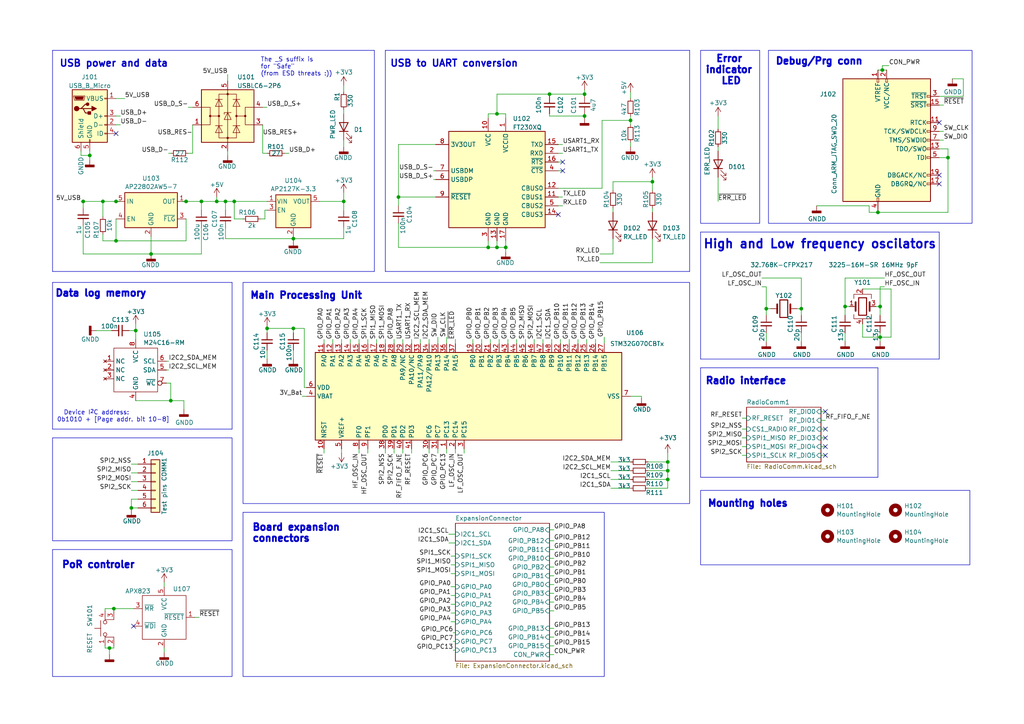
<source format=kicad_sch>
(kicad_sch (version 20230121) (generator eeschema)
  (paper "A4")
  (lib_symbols
    (symbol "Connector:Conn_ARM_JTAG_SWD_20" (pin_names (offset 1.016))
      (property "Reference" "J" (at -5.08 21.59 0))
      (property "Value" "Conn_ARM_JTAG_SWD_20" (at -5.08 19.05 0))
      (symbol "Conn_ARM_JTAG_SWD_20_1_1"
        (pin power_in line (at -2.54 20.32 270) (length 2.54) (name "VTREF") (number "1"))
        (pin passive line (at -2.54 -20.32 90) (length 2.54) hide (name "GND") (number "10"))
        (pin input line (at 15.24 5.08 180) (length 2.54) (name "RTCK") (number "11"))
        (pin passive line (at -2.54 -20.32 90) (length 2.54) hide (name "GND") (number "12"))
        (pin input line (at 15.24 -2.54 180) (length 2.54) (name "TDO/SWO") (number "13"))
        (pin passive line (at -2.54 -20.32 90) (length 2.54) hide (name "GND") (number "14"))
        (pin bidirectional line (at 15.24 10.16 180) (length 2.54) (name "~{SRST}") (number "15"))
        (pin passive line (at -2.54 -20.32 90) (length 2.54) hide (name "GND") (number "16"))
        (pin output line (at 15.24 -12.7 180) (length 2.54) (name "DBGRQ/NC") (number "17"))
        (pin passive line (at -2.54 -20.32 90) (length 2.54) hide (name "GND") (number "18"))
        (pin input line (at 15.24 -10.16 180) (length 2.54) (name "DBGACK/NC") (number "19"))
        (pin power_in line (at 0 20.32 270) (length 2.54) (name "VCC/NC") (number "2"))
        (pin passive line (at -2.54 -20.32 90) (length 2.54) hide (name "GND") (number "20"))
        (pin output line (at 15.24 12.7 180) (length 2.54) (name "~{TRST}") (number "3"))
        (pin power_in line (at -2.54 -20.32 90) (length 2.54) (name "GND") (number "4"))
        (pin output line (at 15.24 -5.08 180) (length 2.54) (name "TDI") (number "5"))
        (pin passive line (at -2.54 -20.32 90) (length 2.54) hide (name "GND") (number "6"))
        (pin output line (at 15.24 0 180) (length 2.54) (name "TMS/SWDIO") (number "7"))
        (pin passive line (at -2.54 -20.32 90) (length 2.54) hide (name "GND") (number "8"))
        (pin output line (at 15.24 2.54 180) (length 2.54) (name "TCK/SWDCLK") (number "9"))
      )
    )
    (symbol "Connector:USB_B_Micro" (pin_names (offset 1.016))
      (property "Reference" "J" (at -5.08 11.43 0))
      (property "Value" "USB_B_Micro" (at -5.08 8.89 0))
      (symbol "USB_B_Micro_1_1"
        (pin power_out line (at 7.62 5.08 180) (length 2.54) (name "VBUS") (number "1"))
        (pin bidirectional line (at 7.62 -2.54 180) (length 2.54) (name "D-") (number "2"))
        (pin bidirectional line (at 7.62 0 180) (length 2.54) (name "D+") (number "3"))
        (pin passive line (at 7.62 -5.08 180) (length 2.54) (name "ID") (number "4"))
        (pin power_out line (at 0 -10.16 90) (length 2.54) (name "GND") (number "5"))
        (pin passive line (at -2.54 -10.16 90) (length 2.54) (name "Shield") (number "6"))
      )
    )
    (symbol "Connector_Generic:Conn_01x06" (pin_names (offset 1.016) hide)
      (property "Reference" "J" (at 0 7.62 0))
      (property "Value" "Conn_01x06" (at 0 -10.16 0))
      (symbol "Conn_01x06_1_1"
        (pin passive line (at -5.08 5.08 0) (length 3.81) (name "Pin_1") (number "1"))
        (pin passive line (at -5.08 2.54 0) (length 3.81) (name "Pin_2") (number "2"))
        (pin passive line (at -5.08 0 0) (length 3.81) (name "Pin_3") (number "3"))
        (pin passive line (at -5.08 -2.54 0) (length 3.81) (name "Pin_4") (number "4"))
        (pin passive line (at -5.08 -5.08 0) (length 3.81) (name "Pin_5") (number "5"))
        (pin passive line (at -5.08 -7.62 0) (length 3.81) (name "Pin_6") (number "6"))
      )
    )
    (symbol "CustomSymbols:APX823-29W5G-7"
      (property "Reference" "U107" (at 2.54 3.175 0))
      (property "Value" "APX823" (at -10.16 2.54 0))
      (symbol "APX823-29W5G-7_1_1"
        (pin output line (at 6.35 -5.08 180) (length 2.54) (name "~{RESET}") (number "1"))
        (pin power_out line (at -2.54 -13.97 90) (length 2.54) (name "GND") (number "2"))
        (pin power_out line (at -11.43 -2.54 0) (length 2.54) (name "~{MR}") (number "3"))
        (pin output line (at -11.43 -7.62 0) (length 2.54) (name "~{WDI}") (number "4"))
        (pin power_in line (at -2.54 3.81 270) (length 2.54) (name "VCC") (number "5"))
      )
    )
    (symbol "CustomSymbols:M24C16-RM"
      (property "Reference" "U" (at -6.35 6.35 0))
      (property "Value" "M24C16-RM" (at 7.62 6.35 0))
      (symbol "M24C16-RM_1_1"
        (pin no_connect line (at -8.89 0 0) (length 2.54) (name "NC") (number "1"))
        (pin no_connect line (at -8.89 -2.54 0) (length 2.54) (name "NC") (number "2"))
        (pin no_connect line (at -8.89 -5.08 0) (length 2.54) (name "NC") (number "3"))
        (pin power_in line (at 0 -11.43 90) (length 2.54) (name "GND") (number "4"))
        (pin bidirectional line (at 8.89 -2.54 180) (length 2.54) (name "SDA") (number "5"))
        (pin input line (at 8.89 0 180) (length 2.54) (name "SCL") (number "6"))
        (pin input inverted (at 8.89 -6.35 180) (length 2.54) (name "~{WC}") (number "7"))
        (pin power_in line (at 0 6.35 270) (length 2.54) (name "VCC") (number "8"))
      )
    )
    (symbol "Device:C_Small" (pin_numbers hide) (pin_names (offset 0.254) hide)
      (property "Reference" "C" (at 0.254 1.778 0))
      (property "Value" "C_Small" (at 0.254 -2.032 0))
      (symbol "C_Small_1_1"
        (pin passive line (at 0 2.54 270) (length 2.032) (name "~") (number "1"))
        (pin passive line (at 0 -2.54 90) (length 2.032) (name "~") (number "2"))
      )
    )
    (symbol "Device:Crystal" (pin_numbers hide) (pin_names (offset 1.016) hide)
      (property "Reference" "Y" (at 0 3.81 0))
      (property "Value" "Crystal" (at 0 -3.81 0))
      (symbol "Crystal_1_1"
        (pin passive line (at -3.81 0 0) (length 1.27) (name "1") (number "1"))
        (pin passive line (at 3.81 0 180) (length 1.27) (name "2") (number "2"))
      )
    )
    (symbol "Device:Crystal_GND24" (pin_names (offset 1.016) hide)
      (property "Reference" "Y" (at 3.175 5.08 0))
      (property "Value" "Crystal_GND24" (at 3.175 3.175 0))
      (symbol "Crystal_GND24_1_1"
        (pin passive line (at -3.81 0 0) (length 1.27) (name "1") (number "1"))
        (pin passive line (at 0 5.08 270) (length 1.27) (name "2") (number "2"))
        (pin passive line (at 3.81 0 180) (length 1.27) (name "3") (number "3"))
        (pin passive line (at 0 -5.08 90) (length 1.27) (name "4") (number "4"))
      )
    )
    (symbol "Device:LED" (pin_numbers hide) (pin_names (offset 1.016) hide)
      (property "Reference" "D" (at 0 2.54 0))
      (property "Value" "LED" (at 0 -2.54 0))
      (symbol "LED_1_1"
        (pin passive line (at -3.81 0 0) (length 2.54) (name "K") (number "1"))
        (pin passive line (at 3.81 0 180) (length 2.54) (name "A") (number "2"))
      )
    )
    (symbol "Device:R_Small" (pin_numbers hide) (pin_names (offset 0.254) hide)
      (property "Reference" "R" (at 0.762 0.508 0))
      (property "Value" "R_Small" (at 0.762 -1.016 0))
      (symbol "R_Small_1_1"
        (pin passive line (at 0 2.54 270) (length 0.762) (name "~") (number "1"))
        (pin passive line (at 0 -2.54 90) (length 0.762) (name "~") (number "2"))
      )
    )
    (symbol "Interface_USB:FT230XQ"
      (property "Reference" "U" (at -13.97 15.24 0))
      (property "Value" "FT230XQ" (at 7.62 15.24 0))
      (symbol "FT230XQ_1_1"
        (pin power_in line (at 2.54 17.78 270) (length 3.81) (name "VCCIO") (number "1"))
        (pin power_in line (at -2.54 17.78 270) (length 3.81) (name "VCC") (number "10"))
        (pin bidirectional line (at 17.78 -5.08 180) (length 3.81) (name "CBUS1") (number "11"))
        (pin bidirectional line (at 17.78 -2.54 180) (length 3.81) (name "CBUS0") (number "12"))
        (pin power_in line (at 0 -17.78 90) (length 3.81) (name "GND") (number "13"))
        (pin bidirectional line (at 17.78 -10.16 180) (length 3.81) (name "CBUS3") (number "14"))
        (pin output line (at 17.78 10.16 180) (length 3.81) (name "TXD") (number "15"))
        (pin output line (at 17.78 5.08 180) (length 3.81) (name "~{RTS}") (number "16"))
        (pin power_in line (at 2.54 -17.78 90) (length 3.81) (name "GND") (number "17"))
        (pin input line (at 17.78 7.62 180) (length 3.81) (name "RXD") (number "2"))
        (pin power_in line (at -2.54 -17.78 90) (length 3.81) (name "GND") (number "3"))
        (pin input line (at 17.78 2.54 180) (length 3.81) (name "~{CTS}") (number "4"))
        (pin bidirectional line (at 17.78 -7.62 180) (length 3.81) (name "CBUS2") (number "5"))
        (pin bidirectional line (at -17.78 0 0) (length 3.81) (name "USBDP") (number "6"))
        (pin bidirectional line (at -17.78 2.54 0) (length 3.81) (name "USBDM") (number "7"))
        (pin power_out line (at -17.78 10.16 0) (length 3.81) (name "3V3OUT") (number "8"))
        (pin input line (at -17.78 -5.08 0) (length 3.81) (name "~{RESET}") (number "9"))
      )
    )
    (symbol "MCU_ST_STM32G0:STM32G070CBTx"
      (property "Reference" "U" (at -12.7 46.99 0))
      (property "Value" "STM32G070CBTx" (at 5.08 46.99 0))
      (symbol "STM32G070CBTx_1_1"
        (pin bidirectional line (at -15.24 7.62 0) (length 2.54) (name "PC13") (number "1"))
        (pin input line (at -15.24 43.18 0) (length 2.54) (name "NRST") (number "10"))
        (pin bidirectional line (at 15.24 43.18 180) (length 2.54) (name "PA0") (number "11"))
        (pin bidirectional line (at 15.24 40.64 180) (length 2.54) (name "PA1") (number "12"))
        (pin bidirectional line (at 15.24 38.1 180) (length 2.54) (name "PA2") (number "13"))
        (pin bidirectional line (at 15.24 35.56 180) (length 2.54) (name "PA3") (number "14"))
        (pin bidirectional line (at 15.24 33.02 180) (length 2.54) (name "PA4") (number "15"))
        (pin bidirectional line (at 15.24 30.48 180) (length 2.54) (name "PA5") (number "16"))
        (pin bidirectional line (at 15.24 27.94 180) (length 2.54) (name "PA6") (number "17"))
        (pin bidirectional line (at 15.24 25.4 180) (length 2.54) (name "PA7") (number "18"))
        (pin bidirectional line (at 15.24 0 180) (length 2.54) (name "PB0") (number "19"))
        (pin bidirectional line (at -15.24 5.08 0) (length 2.54) (name "PC14") (number "2"))
        (pin bidirectional line (at 15.24 -2.54 180) (length 2.54) (name "PB1") (number "20"))
        (pin bidirectional line (at 15.24 -5.08 180) (length 2.54) (name "PB2") (number "21"))
        (pin bidirectional line (at 15.24 -25.4 180) (length 2.54) (name "PB10") (number "22"))
        (pin bidirectional line (at 15.24 -27.94 180) (length 2.54) (name "PB11") (number "23"))
        (pin bidirectional line (at 15.24 -30.48 180) (length 2.54) (name "PB12") (number "24"))
        (pin bidirectional line (at 15.24 -33.02 180) (length 2.54) (name "PB13") (number "25"))
        (pin bidirectional line (at 15.24 -35.56 180) (length 2.54) (name "PB14") (number "26"))
        (pin bidirectional line (at 15.24 -38.1 180) (length 2.54) (name "PB15") (number "27"))
        (pin bidirectional line (at 15.24 22.86 180) (length 2.54) (name "PA8") (number "28"))
        (pin bidirectional line (at 15.24 20.32 180) (length 2.54) (name "PA9/NC") (number "29"))
        (pin bidirectional line (at -15.24 2.54 0) (length 2.54) (name "PC15") (number "3"))
        (pin bidirectional line (at -15.24 12.7 0) (length 2.54) (name "PC6") (number "30"))
        (pin bidirectional line (at -15.24 10.16 0) (length 2.54) (name "PC7") (number "31"))
        (pin bidirectional line (at 15.24 17.78 180) (length 2.54) (name "PA10/NC") (number "32"))
        (pin bidirectional line (at 15.24 15.24 180) (length 2.54) (name "PA11/PA9") (number "33"))
        (pin bidirectional line (at 15.24 12.7 180) (length 2.54) (name "PA12/PA10") (number "34"))
        (pin bidirectional line (at 15.24 10.16 180) (length 2.54) (name "PA13") (number "35"))
        (pin bidirectional line (at 15.24 7.62 180) (length 2.54) (name "PA14") (number "36"))
        (pin bidirectional line (at 15.24 5.08 180) (length 2.54) (name "PA15") (number "37"))
        (pin bidirectional line (at -15.24 25.4 0) (length 2.54) (name "PD0") (number "38"))
        (pin bidirectional line (at -15.24 22.86 0) (length 2.54) (name "PD1") (number "39"))
        (pin power_in line (at 0 48.26 270) (length 2.54) (name "VBAT") (number "4"))
        (pin bidirectional line (at -15.24 20.32 0) (length 2.54) (name "PD2") (number "40"))
        (pin bidirectional line (at -15.24 17.78 0) (length 2.54) (name "PD3") (number "41"))
        (pin bidirectional line (at 15.24 -7.62 180) (length 2.54) (name "PB3") (number "42"))
        (pin bidirectional line (at 15.24 -10.16 180) (length 2.54) (name "PB4") (number "43"))
        (pin bidirectional line (at 15.24 -12.7 180) (length 2.54) (name "PB5") (number "44"))
        (pin bidirectional line (at 15.24 -15.24 180) (length 2.54) (name "PB6") (number "45"))
        (pin bidirectional line (at 15.24 -17.78 180) (length 2.54) (name "PB7") (number "46"))
        (pin bidirectional line (at 15.24 -20.32 180) (length 2.54) (name "PB8") (number "47"))
        (pin bidirectional line (at 15.24 -22.86 180) (length 2.54) (name "PB9") (number "48"))
        (pin input line (at -15.24 38.1 0) (length 2.54) (name "VREF+") (number "5"))
        (pin power_in line (at 2.54 48.26 270) (length 2.54) (name "VDD") (number "6"))
        (pin power_in line (at 0 -45.72 90) (length 2.54) (name "VSS") (number "7"))
        (pin bidirectional line (at -15.24 33.02 0) (length 2.54) (name "PF0") (number "8"))
        (pin bidirectional line (at -15.24 30.48 0) (length 2.54) (name "PF1") (number "9"))
      )
    )
    (symbol "Mechanical:MountingHole" (pin_names (offset 1.016))
      (property "Reference" "H" (at 0 5.08 0))
      (property "Value" "MountingHole" (at 0 3.175 0))
    )
    (symbol "Power_Management:AP22804AW5"
      (property "Reference" "U" (at -7.62 -6.35 0))
      (property "Value" "AP22804AW5" (at -7.62 6.35 0))
      (symbol "AP22804AW5_1_1"
        (pin power_out line (at 10.16 2.54 180) (length 2.54) (name "OUT") (number "1"))
        (pin power_in line (at 0 -7.62 90) (length 2.54) (name "GND") (number "2"))
        (pin open_collector line (at 10.16 -2.54 180) (length 2.54) (name "~{FLG}") (number "3"))
        (pin input line (at -10.16 -2.54 0) (length 2.54) (name "EN") (number "4"))
        (pin power_in line (at -10.16 2.54 0) (length 2.54) (name "IN") (number "5"))
      )
    )
    (symbol "Power_Protection:USBLC6-2P6" (pin_names hide)
      (property "Reference" "U" (at 2.54 8.89 0))
      (property "Value" "USBLC6-2P6" (at 2.54 -8.89 0))
      (symbol "USBLC6-2P6_1_1"
        (pin passive line (at -10.16 -2.54 0) (length 2.54) (name "I/O1") (number "1"))
        (pin passive line (at 0 -10.16 90) (length 2.54) (name "GND") (number "2"))
        (pin passive line (at 10.16 -2.54 180) (length 2.54) (name "I/O2") (number "3"))
        (pin passive line (at 10.16 2.54 180) (length 2.54) (name "I/O2") (number "4"))
        (pin passive line (at 0 10.16 270) (length 2.54) (name "VBUS") (number "5"))
        (pin passive line (at -10.16 2.54 0) (length 2.54) (name "I/O1") (number "6"))
      )
    )
    (symbol "Regulator_Linear:AP2127K-3.3" (pin_names (offset 0.254))
      (property "Reference" "U" (at -5.08 5.715 0))
      (property "Value" "AP2127K-3.3" (at 0 5.715 0))
      (symbol "AP2127K-3.3_1_1"
        (pin power_in line (at -7.62 2.54 0) (length 2.54) (name "VIN") (number "1"))
        (pin power_in line (at 0 -7.62 90) (length 2.54) (name "GND") (number "2"))
        (pin input line (at -7.62 0 0) (length 2.54) (name "EN") (number "3"))
        (pin no_connect line (at 5.08 0 180) (length 2.54) hide (name "NC") (number "4"))
        (pin power_out line (at 7.62 2.54 180) (length 2.54) (name "VOUT") (number "5"))
      )
    )
    (symbol "Switch:SW_MEC_5E" (pin_names (offset 1.016) hide)
      (property "Reference" "SW" (at 0.635 5.715 0))
      (property "Value" "SW_MEC_5E" (at 0 -3.175 0))
      (symbol "SW_MEC_5E_0_1"
        (pin passive line (at -5.08 2.54 0) (length 2.54) (name "1") (number "1"))
        (pin passive line (at -5.08 0 0) (length 2.54) (name "2") (number "2"))
        (pin passive line (at 5.08 0 180) (length 2.54) (name "K") (number "3"))
        (pin passive line (at 5.08 2.54 180) (length 2.54) (name "A") (number "4"))
      )
    )
    (symbol "power:+3V3" (power) (pin_names (offset 0))
      (property "Value" "+3V3" (at 0 3.556 0))
      (symbol "+3V3_1_1"
        (pin power_in line (at 0 0 90) (length 0) hide (name "+3V3") (number "1"))
      )
    )
    (symbol "power:+5V" (power) (pin_names (offset 0))
      (property "Value" "+5V" (at 0 3.556 0))
      (symbol "+5V_1_1"
        (pin power_in line (at 0 0 90) (length 0) hide (name "+5V") (number "1"))
      )
    )
    (symbol "power:GNDD" (power) (pin_names (offset 0))
      (property "Value" "GNDD" (at 0 -3.175 0))
      (symbol "GNDD_1_1"
        (pin power_in line (at 0 0 270) (length 0) hide (name "GNDD") (number "1"))
      )
    )
  )
  (junction (at 85.09 95.25))
  (junction (at 77.47 95.25))
  (junction (at 33.655 58.42))
  (junction (at 67.945 58.42))
  (junction (at 26.035 45.085))
  (junction (at 33.655 69.85))
  (junction (at 159.385 27.305))
  (junction (at 144.145 71.755))
  (junction (at 62.865 58.42))
  (junction (at 144.145 33.02))
  (junction (at 182.88 34.925))
  (junction (at 254.635 61.595))
  (junction (at 169.545 33.655))
  (junction (at 31.75 187.96))
  (junction (at 115.57 57.15))
  (junction (at 245.11 88.9))
  (junction (at 33.02 176.53))
  (junction (at 255.905 20.32))
  (junction (at 193.675 133.985))
  (junction (at 29.845 58.42))
  (junction (at 146.685 71.755))
  (junction (at 39.37 95.885))
  (junction (at 193.675 136.525))
  (junction (at 58.42 58.42))
  (junction (at 255.27 88.9))
  (junction (at 169.545 27.305))
  (junction (at 274.955 45.72))
  (junction (at 43.815 73.66))
  (junction (at 189.23 52.705))
  (junction (at 255.27 97.79))
  (junction (at 222.25 89.535))
  (junction (at 232.41 89.535))
  (junction (at 38.1 147.32))
  (junction (at 49.53 116.205))
  (junction (at 141.605 71.755))
  (junction (at 53.975 58.42))
  (junction (at 24.13 58.42))
  (junction (at 99.695 58.42))
  (junction (at 193.675 139.065))
  (junction (at 85.09 69.215))
  (junction (at 65.405 58.42))
  (no_connect (at 38.735 181.61))
  (no_connect (at 163.195 49.53))
  (no_connect (at 239.395 124.46))
  (no_connect (at 163.195 46.99))
  (no_connect (at 239.395 119.38))
  (no_connect (at 239.395 129.54))
  (no_connect (at 272.415 50.8))
  (no_connect (at 239.395 127))
  (no_connect (at 33.655 38.735))
  (no_connect (at 161.925 62.23))
  (no_connect (at 239.395 132.08))
  (no_connect (at 272.415 53.34))
  (no_connect (at 272.415 35.56))
  (wire (pts (xy 130.81 161.29) (xy 132.08 161.29)))
  (wire (pts (xy 65.405 69.215) (xy 65.405 66.04)))
  (wire (pts (xy 77.47 95.25) (xy 85.09 95.25)))
  (wire (pts (xy 215.265 129.54) (xy 216.535 129.54)))
  (wire (pts (xy 38.1 144.78) (xy 38.1 147.32)))
  (wire (pts (xy 163.195 41.91) (xy 161.925 41.91)))
  (polyline (pts (xy 203.2 104.14) (xy 272.415 104.14)))
  (wire (pts (xy 177.165 139.065) (xy 182.88 139.065)))
  (polyline (pts (xy 272.415 67.31) (xy 203.2 67.31)))
  (wire (pts (xy 85.09 95.25) (xy 85.09 96.52)))
  (wire (pts (xy 24.13 65.405) (xy 24.13 73.66)))
  (wire (pts (xy 99.06 98.425) (xy 99.06 99.695)))
  (wire (pts (xy 87.63 114.935) (xy 88.9 114.935)))
  (wire (pts (xy 30.48 176.53) (xy 30.48 177.165)))
  (wire (pts (xy 169.545 33.655) (xy 159.385 33.655)))
  (wire (pts (xy 273.685 40.64) (xy 272.415 40.64)))
  (wire (pts (xy 215.265 121.285) (xy 216.535 121.285)))
  (polyline (pts (xy 254.635 106.68) (xy 254.635 138.43)))
  (wire (pts (xy 131.445 186.055) (xy 132.08 186.055)))
  (polyline (pts (xy 203.2 138.43) (xy 203.2 106.68)))
  (wire (pts (xy 101.6 98.425) (xy 101.6 99.695)))
  (wire (pts (xy 119.38 131.445) (xy 119.38 130.175)))
  (wire (pts (xy 115.57 41.91) (xy 115.57 57.15)))
  (wire (pts (xy 159.385 164.465) (xy 160.655 164.465)))
  (wire (pts (xy 39.37 95.885) (xy 39.37 98.425)))
  (wire (pts (xy 119.38 98.425) (xy 119.38 99.695)))
  (wire (pts (xy 130.81 180.34) (xy 132.08 180.34)))
  (wire (pts (xy 144.145 33.02) (xy 146.685 33.02)))
  (wire (pts (xy 141.605 69.85) (xy 141.605 71.755)))
  (wire (pts (xy 245.11 80.645) (xy 245.11 88.9)))
  (wire (pts (xy 32.385 95.885) (xy 27.94 95.885)))
  (wire (pts (xy 159.385 177.165) (xy 160.655 177.165)))
  (wire (pts (xy 173.99 76.2) (xy 189.23 76.2)))
  (wire (pts (xy 38.1 139.7) (xy 40.005 139.7)))
  (wire (pts (xy 193.675 131.445) (xy 193.675 133.985)))
  (wire (pts (xy 163.195 44.45) (xy 161.925 44.45)))
  (wire (pts (xy 115.57 41.91) (xy 126.365 41.91)))
  (wire (pts (xy 24.13 58.42) (xy 24.13 60.325)))
  (wire (pts (xy 208.28 51.435) (xy 208.28 58.42)))
  (wire (pts (xy 127 130.175) (xy 127 131.445)))
  (wire (pts (xy 23.495 43.815) (xy 23.495 45.085)))
  (wire (pts (xy 129.54 130.175) (xy 129.54 131.445)))
  (wire (pts (xy 76.2 44.45) (xy 77.47 44.45)))
  (wire (pts (xy 182.88 41.275) (xy 182.88 42.545)))
  (wire (pts (xy 238.125 119.38) (xy 239.395 119.38)))
  (wire (pts (xy 162.56 98.425) (xy 162.56 99.695)))
  (wire (pts (xy 238.125 127) (xy 239.395 127)))
  (wire (pts (xy 30.48 176.53) (xy 33.02 176.53)))
  (wire (pts (xy 232.41 96.52) (xy 232.41 99.06)))
  (wire (pts (xy 161.925 54.61) (xy 174.625 54.61)))
  (wire (pts (xy 96.52 98.425) (xy 96.52 99.695)))
  (wire (pts (xy 159.385 169.545) (xy 160.655 169.545)))
  (wire (pts (xy 186.055 114.935) (xy 182.88 114.935)))
  (wire (pts (xy 254 88.9) (xy 255.27 88.9)))
  (wire (pts (xy 47.625 187.96) (xy 47.625 189.23)))
  (wire (pts (xy 169.545 33.655) (xy 169.545 34.29)))
  (wire (pts (xy 67.945 63.5) (xy 67.945 58.42)))
  (wire (pts (xy 106.68 98.425) (xy 106.68 99.695)))
  (wire (pts (xy 88.265 112.395) (xy 88.265 95.25)))
  (wire (pts (xy 124.46 130.175) (xy 124.46 131.445)))
  (wire (pts (xy 121.92 98.425) (xy 121.92 99.695)))
  (wire (pts (xy 144.78 98.425) (xy 144.78 99.695)))
  (wire (pts (xy 129.54 99.695) (xy 129.54 97.79)))
  (wire (pts (xy 258.445 97.79) (xy 255.27 97.79)))
  (wire (pts (xy 99.695 58.42) (xy 99.695 55.88)))
  (wire (pts (xy 144.145 69.85) (xy 144.145 71.755)))
  (wire (pts (xy 245.11 96.52) (xy 245.11 99.06)))
  (wire (pts (xy 115.57 57.15) (xy 126.365 57.15)))
  (wire (pts (xy 141.605 71.755) (xy 144.145 71.755)))
  (wire (pts (xy 116.84 98.425) (xy 116.84 99.695)))
  (wire (pts (xy 147.32 98.425) (xy 147.32 99.695)))
  (wire (pts (xy 255.905 19.05) (xy 257.81 19.05)))
  (wire (pts (xy 272.415 43.18) (xy 274.955 43.18)))
  (wire (pts (xy 93.98 130.175) (xy 93.98 131.445)))
  (wire (pts (xy 141.605 33.02) (xy 141.605 34.29)))
  (polyline (pts (xy 111.76 14.605) (xy 200.025 14.605)))
  (wire (pts (xy 26.035 45.085) (xy 26.035 46.355)))
  (wire (pts (xy 49.53 111.125) (xy 49.53 116.205)))
  (polyline (pts (xy 15.24 14.605) (xy 15.24 78.74)))
  (wire (pts (xy 115.57 64.77) (xy 115.57 71.755)))
  (wire (pts (xy 23.495 45.085) (xy 26.035 45.085)))
  (wire (pts (xy 238.125 132.08) (xy 239.395 132.08)))
  (wire (pts (xy 222.25 96.52) (xy 222.25 99.06)))
  (wire (pts (xy 58.42 66.04) (xy 58.42 73.66)))
  (wire (pts (xy 139.7 98.425) (xy 139.7 99.695)))
  (wire (pts (xy 215.265 132.08) (xy 216.535 132.08)))
  (wire (pts (xy 163.195 49.53) (xy 161.925 49.53)))
  (wire (pts (xy 77.47 96.52) (xy 77.47 95.25)))
  (wire (pts (xy 208.28 42.545) (xy 208.28 43.815)))
  (wire (pts (xy 93.98 98.425) (xy 93.98 99.695)))
  (wire (pts (xy 88.265 112.395) (xy 88.9 112.395)))
  (wire (pts (xy 38.1 144.78) (xy 40.005 144.78)))
  (wire (pts (xy 250.19 83.82) (xy 258.445 83.82)))
  (wire (pts (xy 189.23 76.2) (xy 189.23 69.215)))
  (wire (pts (xy 255.905 19.05) (xy 255.905 20.32)))
  (wire (pts (xy 33.02 176.53) (xy 33.02 177.165)))
  (wire (pts (xy 66.04 43.815) (xy 66.04 45.085)))
  (wire (pts (xy 33.02 187.325) (xy 33.02 187.96)))
  (wire (pts (xy 274.955 45.72) (xy 274.955 61.595)))
  (wire (pts (xy 130.81 175.26) (xy 132.08 175.26)))
  (wire (pts (xy 159.385 161.925) (xy 160.655 161.925)))
  (wire (pts (xy 116.84 131.445) (xy 116.84 130.175)))
  (wire (pts (xy 115.57 71.755) (xy 141.605 71.755)))
  (wire (pts (xy 189.23 52.705) (xy 189.23 55.245)))
  (wire (pts (xy 182.88 26.67) (xy 182.88 28.575)))
  (wire (pts (xy 152.4 98.425) (xy 152.4 99.695)))
  (wire (pts (xy 177.165 141.605) (xy 182.88 141.605)))
  (wire (pts (xy 62.865 58.42) (xy 65.405 58.42)))
  (wire (pts (xy 92.71 58.42) (xy 99.695 58.42)))
  (wire (pts (xy 238.125 129.54) (xy 239.395 129.54)))
  (wire (pts (xy 99.695 40.64) (xy 99.695 42.545)))
  (wire (pts (xy 77.47 94.615) (xy 77.47 95.25)))
  (wire (pts (xy 159.385 153.67) (xy 160.655 153.67)))
  (wire (pts (xy 187.96 133.985) (xy 193.675 133.985)))
  (wire (pts (xy 189.23 52.705) (xy 177.8 52.705)))
  (wire (pts (xy 273.685 38.1) (xy 272.415 38.1)))
  (wire (pts (xy 114.3 131.445) (xy 114.3 130.175)))
  (wire (pts (xy 232.41 89.535) (xy 231.14 89.535)))
  (wire (pts (xy 33.655 58.42) (xy 34.925 58.42)))
  (wire (pts (xy 141.605 33.02) (xy 144.145 33.02)))
  (wire (pts (xy 99.695 31.75) (xy 99.695 33.02)))
  (polyline (pts (xy 15.24 81.915) (xy 15.24 124.46)))
  (wire (pts (xy 146.685 33.02) (xy 146.685 34.29)))
  (wire (pts (xy 88.265 95.25) (xy 85.09 95.25)))
  (wire (pts (xy 189.23 51.435) (xy 189.23 52.705)))
  (wire (pts (xy 232.41 91.44) (xy 232.41 89.535)))
  (wire (pts (xy 177.8 60.325) (xy 177.8 61.595)))
  (wire (pts (xy 75.565 63.5) (xy 76.835 63.5)))
  (polyline (pts (xy 108.585 14.605) (xy 15.24 14.605)))
  (wire (pts (xy 48.895 107.315) (xy 48.26 107.315)))
  (wire (pts (xy 222.25 89.535) (xy 223.52 89.535)))
  (wire (pts (xy 29.845 58.42) (xy 33.655 58.42)))
  (wire (pts (xy 193.675 136.525) (xy 187.96 136.525)))
  (wire (pts (xy 49.53 44.45) (xy 48.895 44.45)))
  (wire (pts (xy 144.145 27.305) (xy 159.385 27.305)))
  (wire (pts (xy 54.61 44.45) (xy 55.88 44.45)))
  (wire (pts (xy 33.655 28.575) (xy 36.195 28.575)))
  (wire (pts (xy 31.75 187.96) (xy 31.75 189.865)))
  (wire (pts (xy 215.265 124.46) (xy 216.535 124.46)))
  (wire (pts (xy 189.23 60.325) (xy 189.23 61.595)))
  (wire (pts (xy 163.195 46.99) (xy 161.925 46.99)))
  (wire (pts (xy 149.86 98.425) (xy 149.86 99.695)))
  (wire (pts (xy 65.405 60.96) (xy 65.405 58.42)))
  (wire (pts (xy 255.905 20.32) (xy 257.175 20.32)))
  (wire (pts (xy 159.385 27.94) (xy 159.385 27.305)))
  (wire (pts (xy 109.22 98.425) (xy 109.22 99.695)))
  (wire (pts (xy 99.06 131.445) (xy 99.06 130.175)))
  (wire (pts (xy 169.545 26.035) (xy 169.545 27.305)))
  (polyline (pts (xy 15.24 124.46) (xy 67.31 124.46)))
  (wire (pts (xy 53.34 116.205) (xy 49.53 116.205)))
  (wire (pts (xy 177.165 133.985) (xy 182.88 133.985)))
  (polyline (pts (xy 272.415 104.14) (xy 272.415 67.31)))
  (wire (pts (xy 255.27 97.79) (xy 255.27 99.06)))
  (wire (pts (xy 132.08 99.695) (xy 132.08 98.425)))
  (wire (pts (xy 134.62 130.175) (xy 134.62 131.445)))
  (wire (pts (xy 23.495 58.42) (xy 24.13 58.42)))
  (wire (pts (xy 163.195 59.69) (xy 161.925 59.69)))
  (wire (pts (xy 114.3 98.425) (xy 114.3 99.695)))
  (wire (pts (xy 246.38 88.9) (xy 245.11 88.9)))
  (wire (pts (xy 167.64 99.695) (xy 167.64 98.425)))
  (wire (pts (xy 220.98 83.185) (xy 222.25 83.185)))
  (polyline (pts (xy 108.585 78.74) (xy 108.585 14.605)))
  (wire (pts (xy 165.1 99.695) (xy 165.1 98.425)))
  (wire (pts (xy 159.385 189.865) (xy 160.655 189.865)))
  (wire (pts (xy 33.655 69.85) (xy 29.845 69.85)))
  (wire (pts (xy 232.41 80.645) (xy 232.41 89.535)))
  (wire (pts (xy 38.1 147.32) (xy 40.005 147.32)))
  (wire (pts (xy 159.385 159.385) (xy 160.655 159.385)))
  (wire (pts (xy 104.14 131.445) (xy 104.14 130.175)))
  (wire (pts (xy 130.81 177.8) (xy 132.08 177.8)))
  (wire (pts (xy 256.54 80.645) (xy 245.11 80.645)))
  (wire (pts (xy 58.42 58.42) (xy 62.865 58.42)))
  (wire (pts (xy 33.655 63.5) (xy 33.655 69.85)))
  (wire (pts (xy 85.09 68.58) (xy 85.09 69.215)))
  (wire (pts (xy 154.94 98.425) (xy 154.94 99.695)))
  (wire (pts (xy 272.415 30.48) (xy 273.685 30.48)))
  (wire (pts (xy 65.405 69.215) (xy 85.09 69.215)))
  (wire (pts (xy 31.75 187.96) (xy 30.48 187.96)))
  (wire (pts (xy 38.1 147.955) (xy 38.1 147.32)))
  (wire (pts (xy 124.46 98.425) (xy 124.46 99.695)))
  (wire (pts (xy 159.385 167.005) (xy 160.655 167.005)))
  (wire (pts (xy 111.76 131.445) (xy 111.76 130.175)))
  (wire (pts (xy 125.73 49.53) (xy 126.365 49.53)))
  (wire (pts (xy 255.27 88.9) (xy 255.27 91.44)))
  (wire (pts (xy 173.99 73.66) (xy 177.8 73.66)))
  (wire (pts (xy 208.28 33.655) (xy 208.28 37.465)))
  (wire (pts (xy 85.09 69.215) (xy 85.09 69.85)))
  (wire (pts (xy 30.48 187.96) (xy 30.48 187.325)))
  (wire (pts (xy 130.175 157.48) (xy 132.08 157.48)))
  (wire (pts (xy 137.16 98.425) (xy 137.16 99.695)))
  (wire (pts (xy 144.145 71.755) (xy 146.685 71.755)))
  (wire (pts (xy 76.835 60.96) (xy 77.47 60.96)))
  (wire (pts (xy 39.37 116.205) (xy 49.53 116.205)))
  (wire (pts (xy 85.09 69.215) (xy 99.695 69.215)))
  (wire (pts (xy 182.88 33.655) (xy 182.88 34.925)))
  (wire (pts (xy 58.42 73.66) (xy 43.815 73.66)))
  (wire (pts (xy 254.635 61.595) (xy 274.955 61.595)))
  (wire (pts (xy 144.145 27.305) (xy 144.145 33.02)))
  (wire (pts (xy 146.685 69.85) (xy 146.685 71.755)))
  (polyline (pts (xy 254.635 138.43) (xy 203.2 138.43)))
  (wire (pts (xy 131.445 188.595) (xy 132.08 188.595)))
  (wire (pts (xy 174.625 54.61) (xy 174.625 34.925)))
  (wire (pts (xy 252.095 59.69) (xy 252.095 61.595)))
  (wire (pts (xy 252.095 61.595) (xy 254.635 61.595)))
  (wire (pts (xy 104.14 98.425) (xy 104.14 99.695)))
  (wire (pts (xy 55.88 44.45) (xy 55.88 36.195)))
  (wire (pts (xy 193.675 133.985) (xy 193.675 136.525)))
  (wire (pts (xy 157.48 98.425) (xy 157.48 99.695)))
  (wire (pts (xy 236.855 59.69) (xy 252.095 59.69)))
  (wire (pts (xy 245.11 88.9) (xy 245.11 91.44)))
  (polyline (pts (xy 203.2 67.31) (xy 203.2 104.14)))
  (wire (pts (xy 163.195 57.15) (xy 161.925 57.15)))
  (wire (pts (xy 33.02 176.53) (xy 38.735 176.53)))
  (wire (pts (xy 279.4 22.86) (xy 279.4 27.94)))
  (wire (pts (xy 132.08 130.175) (xy 132.08 131.445)))
  (wire (pts (xy 279.4 22.86) (xy 276.225 22.86)))
  (wire (pts (xy 99.695 69.215) (xy 99.695 66.04)))
  (wire (pts (xy 33.655 69.85) (xy 53.975 69.85)))
  (wire (pts (xy 220.98 80.645) (xy 232.41 80.645)))
  (wire (pts (xy 193.675 139.065) (xy 193.675 141.605)))
  (wire (pts (xy 254.635 20.32) (xy 255.905 20.32)))
  (wire (pts (xy 130.81 172.72) (xy 132.08 172.72)))
  (wire (pts (xy 53.975 63.5) (xy 53.975 69.85)))
  (wire (pts (xy 76.2 44.45) (xy 76.2 36.195)))
  (wire (pts (xy 49.53 111.125) (xy 48.26 111.125)))
  (wire (pts (xy 177.165 136.525) (xy 182.88 136.525)))
  (wire (pts (xy 256.54 83.185) (xy 255.27 83.185)))
  (wire (pts (xy 48.895 104.775) (xy 48.26 104.775)))
  (wire (pts (xy 274.955 43.18) (xy 274.955 45.72)))
  (wire (pts (xy 146.685 71.755) (xy 146.685 73.025)))
  (polyline (pts (xy 67.31 81.915) (xy 15.24 81.915)))
  (wire (pts (xy 47.625 168.91) (xy 47.625 170.18)))
  (wire (pts (xy 85.09 101.6) (xy 85.09 104.14)))
  (wire (pts (xy 53.34 116.205) (xy 53.34 118.745)))
  (wire (pts (xy 222.25 91.44) (xy 222.25 89.535)))
  (wire (pts (xy 250.19 93.98) (xy 250.19 97.79)))
  (wire (pts (xy 39.37 93.98) (xy 39.37 95.885)))
  (wire (pts (xy 33.655 33.655) (xy 34.925 33.655)))
  (wire (pts (xy 258.445 83.82) (xy 258.445 97.79)))
  (polyline (pts (xy 200.025 14.605) (xy 200.025 78.74)))
  (wire (pts (xy 172.72 98.425) (xy 172.72 99.695)))
  (polyline (pts (xy 15.24 78.74) (xy 108.585 78.74)))
  (wire (pts (xy 131.445 183.515) (xy 132.08 183.515)))
  (wire (pts (xy 272.415 45.72) (xy 274.955 45.72)))
  (wire (pts (xy 56.515 179.07) (xy 57.785 179.07)))
  (wire (pts (xy 159.385 27.305) (xy 169.545 27.305)))
  (wire (pts (xy 186.055 115.57) (xy 186.055 114.935)))
  (polyline (pts (xy 111.76 78.74) (xy 111.76 14.605)))
  (wire (pts (xy 77.47 101.6) (xy 77.47 104.14)))
  (wire (pts (xy 177.8 73.66) (xy 177.8 69.215)))
  (wire (pts (xy 38.1 137.16) (xy 40.005 137.16)))
  (wire (pts (xy 62.865 57.15) (xy 62.865 58.42)))
  (wire (pts (xy 38.1 134.62) (xy 40.005 134.62)))
  (wire (pts (xy 159.385 172.085) (xy 160.655 172.085)))
  (wire (pts (xy 53.975 58.42) (xy 58.42 58.42)))
  (wire (pts (xy 29.845 58.42) (xy 29.845 62.865)))
  (wire (pts (xy 33.655 36.195) (xy 34.925 36.195)))
  (wire (pts (xy 159.385 33.02) (xy 159.385 33.655)))
  (wire (pts (xy 193.675 136.525) (xy 193.675 139.065)))
  (wire (pts (xy 24.13 58.42) (xy 29.845 58.42)))
  (wire (pts (xy 255.27 83.185) (xy 255.27 88.9)))
  (wire (pts (xy 255.27 96.52) (xy 255.27 97.79)))
  (wire (pts (xy 26.035 43.815) (xy 26.035 45.085)))
  (wire (pts (xy 24.13 73.66) (xy 43.815 73.66)))
  (wire (pts (xy 106.68 131.445) (xy 106.68 130.175)))
  (wire (pts (xy 254.635 61.595) (xy 254.635 60.96)))
  (wire (pts (xy 187.96 139.065) (xy 193.675 139.065)))
  (wire (pts (xy 159.385 156.845) (xy 160.655 156.845)))
  (polyline (pts (xy 67.31 124.46) (xy 67.31 81.915)))
  (wire (pts (xy 279.4 27.94) (xy 272.415 27.94)))
  (wire (pts (xy 174.625 34.925) (xy 182.88 34.925)))
  (wire (pts (xy 43.815 68.58) (xy 43.815 73.66)))
  (wire (pts (xy 130.81 170.18) (xy 132.08 170.18)))
  (wire (pts (xy 66.04 21.59) (xy 66.04 23.495)))
  (wire (pts (xy 111.76 98.425) (xy 111.76 99.695)))
  (wire (pts (xy 65.405 58.42) (xy 67.945 58.42)))
  (wire (pts (xy 175.26 97.79) (xy 175.26 99.695)))
  (wire (pts (xy 182.88 34.925) (xy 182.88 36.195)))
  (wire (pts (xy 77.47 31.115) (xy 76.2 31.115)))
  (wire (pts (xy 125.73 52.07) (xy 126.365 52.07)))
  (wire (pts (xy 170.18 98.425) (xy 170.18 99.695)))
  (wire (pts (xy 99.695 60.96) (xy 99.695 58.42)))
  (wire (pts (xy 169.545 27.305) (xy 169.545 27.94)))
  (wire (pts (xy 130.81 163.83) (xy 132.08 163.83)))
  (wire (pts (xy 130.175 154.94) (xy 132.08 154.94)))
  (wire (pts (xy 160.02 98.425) (xy 160.02 99.695)))
  (wire (pts (xy 130.81 166.37) (xy 132.08 166.37)))
  (wire (pts (xy 222.25 83.185) (xy 222.25 89.535)))
  (wire (pts (xy 193.675 141.605) (xy 187.96 141.605)))
  (wire (pts (xy 37.465 95.885) (xy 39.37 95.885)))
  (wire (pts (xy 250.19 97.79) (xy 255.27 97.79)))
  (wire (pts (xy 67.945 58.42) (xy 77.47 58.42)))
  (wire (pts (xy 238.125 121.92) (xy 239.395 121.92)))
  (wire (pts (xy 70.485 63.5) (xy 67.945 63.5)))
  (wire (pts (xy 58.42 58.42) (xy 58.42 60.96)))
  (wire (pts (xy 142.24 98.425) (xy 142.24 99.695)))
  (wire (pts (xy 127 99.695) (xy 127 97.79)))
  (wire (pts (xy 159.385 174.625) (xy 160.655 174.625)))
  (wire (pts (xy 54.61 31.115) (xy 55.88 31.115)))
  (polyline (pts (xy 200.025 78.74) (xy 111.76 78.74)))
  (wire (pts (xy 159.385 182.245) (xy 160.655 182.245)))
  (wire (pts (xy 76.835 63.5) (xy 76.835 60.96)))
  (polyline (pts (xy 203.2 106.68) (xy 254.635 106.68)))
  (wire (pts (xy 169.545 33.02) (xy 169.545 33.655)))
  (wire (pts (xy 83.82 44.45) (xy 82.55 44.45)))
  (wire (pts (xy 115.57 57.15) (xy 115.57 59.69)))
  (wire (pts (xy 177.8 52.705) (xy 177.8 55.245)))
  (wire (pts (xy 99.695 24.765) (xy 99.695 26.67)))
  (wire (pts (xy 159.385 184.785) (xy 160.655 184.785)))
  (wire (pts (xy 215.265 127) (xy 216.535 127)))
  (wire (pts (xy 29.845 69.85) (xy 29.845 67.945)))
  (wire (pts (xy 159.385 187.325) (xy 160.655 187.325)))
  (wire (pts (xy 38.1 142.24) (xy 40.005 142.24)))
  (wire (pts (xy 33.02 187.96) (xy 31.75 187.96)))
  (wire (pts (xy 238.125 124.46) (xy 239.395 124.46)))
  (wire (pts (xy 52.705 58.42) (xy 53.975 58.42)))
  (rectangle (start 70.485 81.915) (end 200.025 146.05))
  (rectangle (start 15.24 159.385) (end 67.31 196.215))
  (rectangle (start 15.24 127) (end 67.31 156.845))
  (rectangle (start 222.885 14.605) (end 281.94 64.77))
  (rectangle (start 70.485 148.59) (end 175.26 196.215))
  (rectangle (start 203.2 14.605) (end 220.345 64.77))
  (rectangle (start 203.2 142.24) (end 281.305 163.83))
  (text "  Device I^{2}C address:\n0b1010 + [Page addr. bit 10-8]" (at 16.51 122.555 0) (effects (font (size 1.27 1.27)) (justify left bottom)))
  (text "The _S suffix is\nfor \"Safe\" \n(from ESD threats :))" (at 75.565 22.225 0) (effects (font (size 1.27 1.27)) (justify left bottom)))
  (text "PoR controler" (at 17.78 165.1 0) (effects (font (size 2 2) (thickness 0.508) bold) (justify left bottom)))
  (text "  Error \nindicator\n   LED\n" (at 204.47 24.765 0) (effects (font (size 2 2) (thickness 0.508) bold) (justify left bottom)))
  (text "Main Processing Unit" (at 72.39 86.995 0) (effects (font (size 2 2) (thickness 0.508) bold) (justify left bottom)))
  (text "Data log memory" (at 15.875 86.36 0) (effects (font (size 2 2) (thickness 0.508) bold) (justify left bottom)))
  (text "High and Low frequency oscilators" (at 203.835 72.39 0) (effects (font (size 2.54 2.54) (thickness 0.508) bold) (justify left bottom)))
  (text "Mounting holes" (at 205.105 147.32 0) (effects (font (size 2 2) (thickness 0.508) bold) (justify left bottom)))
  (text "USB to UART conversion" (at 113.03 19.685 0) (effects (font (size 2 2) (thickness 0.4) bold) (justify left bottom)))
  (text "Board expansion\nconnectors" (at 73.025 157.48 0) (effects (font (size 2 2) (thickness 0.508) bold) (justify left bottom)))
  (text "Radio interface" (at 204.47 111.76 0) (effects (font (size 2 2) (thickness 0.508) bold) (justify left bottom)))
  (text "Debug/Prg conn" (at 224.79 19.05 0) (effects (font (size 2 2) (thickness 0.508) bold) (justify left bottom)))
  (text "USB power and data" (at 17.145 19.685 0) (effects (font (size 2 2) (thickness 0.4) bold) (justify left bottom)))
  (label "SW_DIO" (at 127 97.79 90))
  (label "I2C2_SCL_MEM" (at 177.165 136.525 180))
  (label "HF_OSC_IN" (at 256.54 83.185 0))
  (label "5V_USB" (at 23.495 58.42 180))
  (label "GPIO_PB10" (at 160.655 161.925 0))
  (label "GPIO_PB3" (at 144.78 98.425 90))
  (label "USB_RES+" (at 76.2 39.37 0))
  (label "GPIO_PB12" (at 167.64 98.425 90))
  (label "GPIO_PB5" (at 160.655 177.165 0))
  (label "CON_PWR" (at 160.655 189.865 0))
  (label "GPIO_PB11" (at 165.1 98.425 90))
  (label "GPIO_PB13" (at 170.18 98.425 90))
  (label "GPIO_PC6" (at 124.46 131.445 270))
  (label "GPIO_PB11" (at 160.655 159.385 0))
  (label "USB_D-" (at 48.895 44.45 180))
  (label "LF_OSC_OUT" (at 134.62 131.445 270))
  (label "USB_D+" (at 34.925 33.655 0))
  (label "~{RESET}" (at 93.98 131.445 270))
  (label "HF_OSC_IN" (at 104.14 131.445 270))
  (label "GPIO_PA1" (at 130.81 172.72 180))
  (label "5V_USB" (at 66.04 21.59 180))
  (label "SPI2_NSS" (at 215.265 124.46 180))
  (label "USB_D_S-" (at 54.61 31.115 180))
  (label "GPIO_PB2" (at 160.655 164.465 0))
  (label "I2C1_SDA" (at 130.175 157.48 180))
  (label "RX_LED" (at 163.195 59.69 0))
  (label "SW_DIO" (at 273.685 40.64 0))
  (label "SPI2_SCK" (at 38.1 142.24 180))
  (label "GPIO_PA0" (at 130.81 170.18 180))
  (label "USART1_RX" (at 119.38 98.425 90))
  (label "HF_OSC_OUT" (at 106.68 131.445 270))
  (label "GPIO_PB15" (at 160.655 187.325 0))
  (label "I2C2_SDA_MEM" (at 177.165 133.985 180))
  (label "SPI2_MOSI" (at 38.1 139.7 180))
  (label "LF_OSC_OUT" (at 220.98 80.645 180))
  (label "HF_OSC_OUT" (at 256.54 80.645 0))
  (label "SPI2_MISO" (at 215.265 127 180))
  (label "TX_LED" (at 173.99 76.2 180))
  (label "~{ERR_LED}" (at 132.08 98.425 90))
  (label "LF_OSC_IN" (at 220.98 83.185 180))
  (label "USB_D_S+" (at 77.47 31.115 0))
  (label "SPI2_MOSI" (at 215.265 129.54 180))
  (label "RF_FIFO_F_NE" (at 116.84 131.445 270))
  (label "GPIO_PB14" (at 172.72 98.425 90))
  (label "SW_CLK" (at 273.685 38.1 0))
  (label "GPIO_PA4" (at 130.81 180.34 180))
  (label "CON_PWR" (at 257.81 19.05 0))
  (label "GPIO_PC6" (at 131.445 183.515 180))
  (label "RX_LED" (at 173.99 73.66 180))
  (label "5V_USB" (at 36.195 28.575 0))
  (label "USART1_RX" (at 163.195 41.91 0))
  (label "SPI1_MOSI" (at 111.76 98.425 90))
  (label "USB_D+" (at 83.82 44.45 0))
  (label "GPIO_PB0" (at 137.16 98.425 90))
  (label "GPIO_PC13" (at 129.54 131.445 270))
  (label "SPI1_MISO" (at 109.22 98.425 90))
  (label "GPIO_PC7" (at 131.445 186.055 180))
  (label "GPIO_PA3" (at 101.6 98.425 90))
  (label "GPIO_PB1" (at 160.655 167.005 0))
  (label "SPI2_MISO" (at 38.1 137.16 180))
  (label "SPI2_SCK" (at 114.3 131.445 270))
  (label "GPIO_PB3" (at 160.655 172.085 0))
  (label "GPIO_PB12" (at 160.655 156.845 0))
  (label "RF_RESET" (at 215.265 121.285 180))
  (label "GPIO_PB14" (at 160.655 184.785 0))
  (label "SW_CLK" (at 129.54 97.79 90))
  (label "GPIO_PB4" (at 147.32 98.425 90))
  (label "GPIO_PA1" (at 96.52 98.425 90))
  (label "GPIO_PB15" (at 175.26 97.79 90))
  (label "USB_D_S+" (at 125.73 52.07 180))
  (label "GPIO_PC7" (at 127 131.445 270))
  (label "GPIO_PB2" (at 142.24 98.425 90))
  (label "SPI2_NSS" (at 111.76 131.445 270))
  (label "GPIO_PC13" (at 131.445 188.595 180))
  (label "I2C2_SCL_MEM" (at 121.92 98.425 90))
  (label "I2C1_SDA" (at 177.165 141.605 180))
  (label "SPI2_MOSI" (at 154.94 98.425 90))
  (label "I2C1_SCL" (at 130.175 154.94 180))
  (label "~{RESET}" (at 57.785 179.07 0))
  (label "GPIO_PA2" (at 99.06 98.425 90))
  (label "GPIO_PB4" (at 160.655 174.625 0))
  (label "GPIO_PB13" (at 160.655 182.245 0))
  (label "USART1_TX" (at 163.195 44.45 0))
  (label "TX_LED" (at 163.195 57.15 0))
  (label "I2C1_SCL" (at 157.48 98.425 90))
  (label "SPI1_MISO" (at 130.81 163.83 180))
  (label "GPIO_PA0" (at 93.98 98.425 90))
  (label "GPIO_PB10" (at 162.56 98.425 90))
  (label "GPIO_PB5" (at 149.86 98.425 90))
  (label "I2C2_SDA_MEM" (at 124.46 98.425 90))
  (label "~{RESET}" (at 273.685 30.48 0))
  (label "RF_FIFO_F_NE" (at 239.395 121.92 0))
  (label "I2C2_SCL_MEM" (at 48.895 107.315 0))
  (label "I2C1_SDA" (at 160.02 98.425 90))
  (label "GPIO_PA3" (at 130.81 177.8 180))
  (label "SPI2_SCK" (at 215.265 132.08 180))
  (label "SPI2_MISO" (at 152.4 98.425 90))
  (label "SPI1_SCK" (at 106.68 98.425 90))
  (label "~{ERR_LED}" (at 208.28 58.42 0))
  (label "I2C2_SDA_MEM" (at 48.895 104.775 0))
  (label "SPI1_MOSI" (at 130.81 166.37 180))
  (label "GPIO_PA8" (at 160.655 153.67 0))
  (label "3V_Bat" (at 87.63 114.935 180))
  (label "GPIO_PB0" (at 160.655 169.545 0))
  (label "USB_D_S-" (at 125.73 49.53 180))
  (label "SPI2_NSS" (at 38.1 134.62 180))
  (label "USART1_TX" (at 116.84 98.425 90))
  (label "GPIO_PA4" (at 104.14 98.425 90))
  (label "SPI1_SCK" (at 130.81 161.29 180))
  (label "GPIO_PA8" (at 114.3 98.425 90))
  (label "RF_RESET" (at 119.38 131.445 270))
  (label "USB_RES-" (at 55.88 39.37 180))
  (label "LF_OSC_IN" (at 132.08 131.445 270))
  (label "GPIO_PA2" (at 130.81 175.26 180))
  (label "I2C1_SCL" (at 177.165 139.065 180))
  (label "GPIO_PB1" (at 139.7 98.425 90))
  (label "USB_D-" (at 34.925 36.195 0))
  (symbol (lib_id "power:GNDD") (at 245.11 99.06 0) (unit 1)
    (property "Reference" "#PWR0127" (effects hide))
    (property "Value" "GNDD" (at 242.57 102.87 0) (effects (justify left)))
  )
  (symbol (lib_id "Device:C_Small") (at 159.385 30.48 0) (mirror y) (unit 1)
    (property "Reference" "C102" (at 162.56 30.48 90))
    (property "Value" "100n" (at 156.21 30.48 90))
    (property "Footprint" "Capacitor_SMD:C_0402_1005Metric_Pad0.74x0.62mm_HandSolder" (effects hide))
  )
  (symbol (lib_id "Mechanical:MountingHole") (at 240.03 155.575 0) (unit 1)
    (property "Reference" "H103" (at 242.57 154.3629 0) (effects (justify left)))
    (property "Value" "MountingHole" (at 242.57 156.7871 0) (effects (justify left)))
    (property "Footprint" "MountingHole:MountingHole_3.2mm_M3" (effects hide))
  )
  (symbol (lib_id "Regulator_Linear:AP2127K-3.3") (at 85.09 60.96 0) (unit 1)
    (property "Reference" "U104" (at 85.09 52.3707 0))
    (property "Value" "AP2127K-3.3" (at 85.09 54.7949 0))
    (property "Footprint" "Package_TO_SOT_SMD:SOT-23-5" (effects hide))
    (property "Datasheet" "https://www.diodes.com/assets/Datasheets/AP2127.pdf" (effects hide))
  )
  (symbol (lib_id "power:GNDD") (at 27.94 95.885 270) (unit 1)
    (property "Reference" "#PWR0124" (effects hide))
    (property "Value" "GNDD" (at 23.495 98.425 90) (effects (justify left)))
  )
  (symbol (lib_id "Device:C_Small") (at 115.57 62.23 0) (mirror y) (unit 1)
    (property "Reference" "C104" (at 118.745 62.23 90))
    (property "Value" "100n" (at 116.84 65.405 90))
    (property "Footprint" "Capacitor_SMD:C_0402_1005Metric_Pad0.74x0.62mm_HandSolder" (effects hide))
  )
  (symbol (lib_id "power:+3V3") (at 208.28 33.655 0) (mirror y) (unit 1)
    (property "Reference" "#PWR0108" (effects hide))
    (property "Value" "+3V3" (at 208.28 29.845 0))
  )
  (symbol (lib_id "power:GNDD") (at 232.41 99.06 0) (unit 1)
    (property "Reference" "#PWR0126" (effects hide))
    (property "Value" "GNDD" (at 229.87 102.87 0) (effects (justify left)))
  )
  (symbol (lib_id "Connector:Conn_ARM_JTAG_SWD_20") (at 257.175 40.64 0) (unit 1)
    (property "Reference" "J102" (at 242.57 27.305 0) (effects (justify right)))
    (property "Value" "Conn_ARM_JTAG_SWD_20" (at 241.935 33.02 90) (effects (justify right)))
    (property "Footprint" "Connector_IDC:IDC-Header_2x10_P2.54mm_Vertical_SMD" (effects hide))
    (property "Datasheet" "http://infocenter.arm.com/help/topic/com.arm.doc.dui0499b/DUI0499B_system_design_reference.pdf" (effects hide))
  )
  (symbol (lib_id "power:GNDD") (at 236.855 59.69 0) (unit 1)
    (property "Reference" "#PWR0118" (effects hide))
    (property "Value" "GNDD" (at 234.315 63.5 0) (effects (justify left)))
  )
  (symbol (lib_id "Power_Management:AP22804AW5") (at 43.815 60.96 0) (unit 1)
    (property "Reference" "U103" (at 43.815 51.7357 0))
    (property "Value" "AP22802AW5-7" (at 43.815 54.1599 0))
    (property "Footprint" "Package_TO_SOT_SMD:SOT-23-5" (effects hide))
    (property "Datasheet" "https://www.tme.eu/Document/b237793b2d6a6077d03c95aa5d7482fa/AP22802.pdf" (effects hide))
  )
  (symbol (lib_id "power:+5V") (at 62.865 57.15 0) (unit 1)
    (property "Reference" "#PWR0117" (effects hide))
    (property "Value" "+5V" (at 62.865 53.5742 0))
  )
  (symbol (lib_id "power:GNDD") (at 276.225 22.86 0) (unit 1)
    (property "Reference" "#PWR0102" (effects hide))
    (property "Value" "GNDD" (at 273.685 26.67 0) (effects (justify left)))
  )
  (symbol (lib_id "Connector:USB_B_Micro") (at 26.035 33.655 0) (unit 1)
    (property "Reference" "J101" (at 26.035 22.3352 0))
    (property "Value" "USB_B_Micro" (at 26.035 24.8721 0))
    (property "Footprint" "Connector_USB:USB_Micro-B_Amphenol_10118194_Horizontal" (effects hide))
  )
  (symbol (lib_id "Device:R_Small") (at 52.07 44.45 90) (mirror x) (unit 1)
    (property "Reference" "R112" (at 49.53 46.355 90) (effects (justify right)))
    (property "Value" "27" (at 50.8 44.45 90) (effects (justify right)))
    (property "Footprint" "Resistor_SMD:R_0402_1005Metric_Pad0.72x0.64mm_HandSolder" (effects hide))
  )
  (symbol (lib_id "power:GNDD") (at 31.75 189.865 0) (mirror y) (unit 1)
    (property "Reference" "#PWR0116" (effects hide))
    (property "Value" "GNDD" (effects hide))
  )
  (symbol (lib_id "Device:R_Small") (at 73.025 63.5 270) (mirror x) (unit 1)
    (property "Reference" "R106" (at 74.295 61.595 90) (effects (justify right)))
    (property "Value" "2k" (at 74.295 65.405 90) (effects (justify right)))
    (property "Footprint" "Resistor_SMD:R_0805_2012Metric_Pad1.20x1.40mm_HandSolder" (effects hide))
  )
  (symbol (lib_id "Device:R_Small") (at 208.28 40.005 0) (mirror y) (unit 1)
    (property "Reference" "R102" (at 206.375 37.465 90) (effects (justify right)))
    (property "Value" "330" (at 210.185 38.1 90) (effects (justify right)))
    (property "Footprint" "Resistor_SMD:R_0805_2012Metric_Pad1.20x1.40mm_HandSolder" (effects hide))
  )
  (symbol (lib_id "Device:LED") (at 189.23 65.405 90) (unit 1)
    (property "Reference" "D103" (at 192.151 66.1578 90) (effects (justify right)))
    (property "Value" "TX_LED" (at 192.151 68.6947 90) (effects (justify right)))
    (property "Footprint" "Diode_SMD:D_0805_2012Metric_Pad1.15x1.40mm_HandSolder" (effects hide))
  )
  (symbol (lib_id "Device:R_Small") (at 189.23 57.785 0) (mirror y) (unit 1)
    (property "Reference" "R105" (at 187.325 55.245 90) (effects (justify right)))
    (property "Value" "330" (at 191.135 55.88 90) (effects (justify right)))
    (property "Footprint" "Resistor_SMD:R_0805_2012Metric_Pad1.20x1.40mm_HandSolder" (effects hide))
  )
  (symbol (lib_id "Power_Protection:USBLC6-2P6") (at 66.04 33.655 0) (unit 1)
    (property "Reference" "U101" (at 68.8087 22.3352 0) (effects (justify left)))
    (property "Value" "USBLC6-2P6" (at 68.8087 24.8721 0) (effects (justify left)))
    (property "Footprint" "Package_TO_SOT_SMD:SOT-666" (effects hide))
    (property "Datasheet" "https://www.st.com/resource/en/datasheet/usblc6-2.pdf" (effects hide))
  )
  (symbol (lib_id "power:GNDD") (at 182.88 42.545 0) (mirror y) (unit 1)
    (property "Reference" "#PWR0101" (effects hide))
    (property "Value" "GNDD" (at 185.42 45.72 0) (effects (justify left)))
  )
  (symbol (lib_id "Device:Crystal") (at 227.33 89.535 180) (unit 1)
    (property "Reference" "Y102" (at 227.33 85.725 0))
    (property "Value" "32.768K-CFPX217" (at 226.695 76.835 0))
    (property "Footprint" "Crystal:Crystal_SMD_MicroCrystal_CC7V-T1A-2Pin_3.2x1.5mm_HandSoldering" (effects hide))
  )
  (symbol (lib_id "Mechanical:MountingHole") (at 259.715 155.575 0) (unit 1)
    (property "Reference" "H104" (at 262.255 154.3629 0) (effects (justify left)))
    (property "Value" "MountingHole" (at 262.255 156.7871 0) (effects (justify left)))
    (property "Footprint" "MountingHole:MountingHole_3.2mm_M3" (effects hide))
  )
  (symbol (lib_id "power:+3V3") (at 99.695 24.765 0) (mirror y) (unit 1)
    (property "Reference" "#PWR01" (effects hide))
    (property "Value" "+3V3" (at 99.695 20.955 0))
  )
  (symbol (lib_id "power:+3V3") (at 189.23 51.435 0) (mirror y) (unit 1)
    (property "Reference" "#PWR0113" (effects hide))
    (property "Value" "+3V3" (at 189.23 47.625 0))
  )
  (symbol (lib_id "power:+3V3") (at 99.695 55.88 0) (mirror y) (unit 1)
    (property "Reference" "#PWR0115" (effects hide))
    (property "Value" "+3V3" (at 99.695 52.3042 0))
  )
  (symbol (lib_id "Device:C_Small") (at 232.41 93.98 0) (unit 1)
    (property "Reference" "C110" (at 229.235 93.98 90))
    (property "Value" "20p" (at 231.14 97.155 90))
    (property "Footprint" "Capacitor_SMD:C_0402_1005Metric_Pad0.74x0.62mm_HandSolder" (effects hide))
  )
  (symbol (lib_id "Device:R_Small") (at 177.8 57.785 0) (mirror y) (unit 1)
    (property "Reference" "R104" (at 175.895 55.245 90) (effects (justify right)))
    (property "Value" "330" (at 179.705 55.88 90) (effects (justify right)))
    (property "Footprint" "Resistor_SMD:R_0805_2012Metric_Pad1.20x1.40mm_HandSolder" (effects hide))
  )
  (symbol (lib_id "Device:R_Small") (at 185.42 141.605 270) (unit 1)
    (property "Reference" "R111" (at 192.405 142.875 90) (effects (justify right)))
    (property "Value" "3k3" (at 182.88 140.97 90) (effects (justify right)))
    (property "Footprint" "Resistor_SMD:R_0402_1005Metric_Pad0.72x0.64mm_HandSolder" (effects hide))
  )
  (symbol (lib_id "Device:Crystal_GND24") (at 250.19 88.9 0) (unit 1)
    (property "Reference" "Y101" (at 250.19 81.915 0))
    (property "Value" "3225-16M-SR 16MHz 9pF" (at 253.365 76.835 0))
    (property "Footprint" "Crystal:Crystal_SMD_SeikoEpson_FA238-4Pin_3.2x2.5mm_HandSoldering" (effects hide))
  )
  (symbol (lib_id "MCU_ST_STM32G0:STM32G070CBTx") (at 137.16 114.935 90) (unit 1)
    (property "Reference" "U106" (at 184.15 96.52 90))
    (property "Value" "STM32G070CBTx" (at 184.785 99.695 90))
    (property "Footprint" "Package_QFP:LQFP-48_7x7mm_P0.5mm" (effects hide))
    (property "Datasheet" "https://www.st.com/resource/en/datasheet/stm32g070cb.pdf" (effects hide))
  )
  (symbol (lib_id "CustomSymbols:M24C16-RM") (at 39.37 104.775 0) (unit 1)
    (property "Reference" "U105" (at 41.5641 96.9477 0) (effects (justify left)))
    (property "Value" "M24C16-RM" (at 41.5641 99.3719 0) (effects (justify left)))
    (property "Footprint" "Package_SO:SO-8_3.9x4.9mm_P1.27mm" (effects hide))
    (property "Datasheet" "https://www.tme.eu/Document/19fec793ece9326b546475c60b11b905/M24C16-RMN6TP.pdf" (effects hide))
  )
  (symbol (lib_id "Device:C_Small") (at 34.925 95.885 270) (unit 1)
    (property "Reference" "C113" (at 34.925 92.71 90))
    (property "Value" "100n" (at 31.75 94.615 90))
    (property "Footprint" "Capacitor_SMD:C_0805_2012Metric_Pad1.18x1.45mm_HandSolder" (effects hide))
  )
  (symbol (lib_id "Device:R_Small") (at 185.42 139.065 270) (unit 1)
    (property "Reference" "R110" (at 192.405 140.335 90) (effects (justify right)))
    (property "Value" "3k3" (at 182.88 138.43 90) (effects (justify right)))
    (property "Footprint" "Resistor_SMD:R_0402_1005Metric_Pad0.72x0.64mm_HandSolder" (effects hide))
  )
  (symbol (lib_id "Device:C_Small") (at 65.405 63.5 0) (unit 1)
    (property "Reference" "C107" (at 62.23 63.5 90))
    (property "Value" "100n" (at 64.135 67.31 90))
    (property "Footprint" "Capacitor_SMD:C_0805_2012Metric_Pad1.18x1.45mm_HandSolder" (effects hide))
  )
  (symbol (lib_id "power:GNDD") (at 99.695 42.545 0) (mirror y) (unit 1)
    (property "Reference" "#PWR02" (effects hide))
    (property "Value" "GNDD" (at 102.235 45.72 0) (effects (justify left)))
  )
  (symbol (lib_id "power:+3V3") (at 169.545 26.035 0) (mirror y) (unit 1)
    (property "Reference" "#PWR0105" (effects hide))
    (property "Value" "+3V3" (at 169.545 22.4592 0))
  )
  (symbol (lib_id "power:+3V3") (at 77.47 94.615 0) (unit 1)
    (property "Reference" "#PWR0123" (effects hide))
    (property "Value" "+3V3" (at 77.47 91.0392 0))
  )
  (symbol (lib_id "Mechanical:MountingHole") (at 259.715 147.955 0) (unit 1)
    (property "Reference" "H102" (at 262.255 146.7429 0) (effects (justify left)))
    (property "Value" "MountingHole" (at 262.255 149.1671 0) (effects (justify left)))
    (property "Footprint" "MountingHole:MountingHole_3.2mm_M3" (effects hide))
  )
  (symbol (lib_id "power:+3V3") (at 39.37 93.98 0) (unit 1)
    (property "Reference" "#PWR0122" (effects hide))
    (property "Value" "+3V3" (at 39.37 90.4042 0))
  )
  (symbol (lib_id "power:+3V3") (at 47.625 168.91 0) (unit 1)
    (property "Reference" "#PWR0140" (effects hide))
    (property "Value" "+3V3" (at 47.625 165.3342 0))
  )
  (symbol (lib_id "Device:C_Small") (at 77.47 99.06 0) (unit 1)
    (property "Reference" "C114" (at 74.295 99.06 90))
    (property "Value" "10u" (at 76.2 102.235 90))
    (property "Footprint" "Capacitor_SMD:C_0805_2012Metric_Pad1.18x1.45mm_HandSolder" (effects hide))
  )
  (symbol (lib_id "Device:R_Small") (at 182.88 38.735 0) (unit 1)
    (property "Reference" "R113" (at 184.785 36.195 90) (effects (justify right)))
    (property "Value" "10k" (at 180.975 37.465 90) (effects (justify right)))
    (property "Footprint" "Resistor_SMD:R_0402_1005Metric_Pad0.72x0.64mm_HandSolder" (effects hide))
  )
  (symbol (lib_id "power:GNDD") (at 85.09 69.85 0) (mirror y) (unit 1)
    (property "Reference" "#PWR0119" (effects hide))
    (property "Value" "GNDD" (at 87.63 73.025 0) (effects (justify left)))
  )
  (symbol (lib_id "Device:C_Small") (at 245.11 93.98 0) (unit 1)
    (property "Reference" "C111" (at 241.935 93.98 90))
    (property "Value" "13p" (at 243.84 97.155 90))
    (property "Footprint" "Capacitor_SMD:C_0402_1005Metric_Pad0.74x0.62mm_HandSolder" (effects hide))
  )
  (symbol (lib_id "power:GNDD") (at 53.34 118.745 0) (unit 1)
    (property "Reference" "#PWR0132" (effects hide))
    (property "Value" "GNDD" (at 50.8 122.555 0) (effects (justify left)))
  )
  (symbol (lib_id "Device:C_Small") (at 58.42 63.5 0) (unit 1)
    (property "Reference" "C106" (at 59.69 67.31 90))
    (property "Value" "100u" (at 57.15 67.31 90))
    (property "Footprint" "Capacitor_SMD:C_1210_3225Metric_Pad1.33x2.70mm_HandSolder" (effects hide))
  )
  (symbol (lib_id "Device:C_Small") (at 99.695 63.5 0) (mirror y) (unit 1)
    (property "Reference" "C108" (at 102.87 63.5 90))
    (property "Value" "1u" (at 100.965 66.675 90))
    (property "Footprint" "Capacitor_SMD:C_0805_2012Metric_Pad1.18x1.45mm_HandSolder" (effects hide))
  )
  (symbol (lib_id "power:GNDD") (at 85.09 104.14 0) (unit 1)
    (property "Reference" "#PWR0130" (effects hide))
    (property "Value" "GNDD" (at 82.55 107.315 0) (effects (justify left)))
  )
  (symbol (lib_id "CustomSymbols:APX823-29W5G-7") (at 50.165 173.99 0) (unit 1)
    (property "Reference" "U107" (at 52.705 170.815 0))
    (property "Value" "APX823" (at 40.005 171.45 0))
    (property "Footprint" "Package_TO_SOT_SMD:SOT-23-5_HandSoldering" (effects hide))
  )
  (symbol (lib_id "power:GNDD") (at 38.1 147.955 0) (unit 1)
    (property "Reference" "#PWR0138" (effects hide))
    (property "Value" "GNDD" (at 35.56 151.13 0) (effects (justify left)))
  )
  (symbol (lib_id "power:GNDD") (at 77.47 104.14 0) (unit 1)
    (property "Reference" "#PWR0129" (effects hide))
    (property "Value" "GNDD" (at 74.93 107.315 0) (effects (justify left)))
  )
  (symbol (lib_id "Device:C_Small") (at 255.27 93.98 0) (unit 1)
    (property "Reference" "C112" (at 252.095 93.98 90))
    (property "Value" "13p" (at 254 97.155 90))
    (property "Footprint" "Capacitor_SMD:C_0402_1005Metric_Pad0.74x0.62mm_HandSolder" (effects hide))
  )
  (symbol (lib_id "power:GNDD") (at 47.625 189.23 0) (unit 1)
    (property "Reference" "#PWR0139" (effects hide))
    (property "Value" "GNDD" (at 45.085 192.405 0) (effects (justify left)))
  )
  (symbol (lib_id "Mechanical:MountingHole") (at 240.03 147.955 0) (unit 1)
    (property "Reference" "H101" (at 242.57 146.7429 0) (effects (justify left)))
    (property "Value" "MountingHole" (at 242.57 149.1671 0) (effects (justify left)))
    (property "Footprint" "MountingHole:MountingHole_3.2mm_M3" (effects hide))
  )
  (symbol (lib_id "Device:R_Small") (at 29.845 65.405 0) (mirror y) (unit 1)
    (property "Reference" "R107" (at 27.94 64.135 90) (effects (justify right)))
    (property "Value" "10k" (at 31.75 63.5 90) (effects (justify right)))
    (property "Footprint" "Resistor_SMD:R_0805_2012Metric_Pad1.20x1.40mm_HandSolder" (effects hide))
  )
  (symbol (lib_id "Device:LED") (at 177.8 65.405 90) (unit 1)
    (property "Reference" "D102" (at 180.721 66.1578 90) (effects (justify right)))
    (property "Value" "RX_LED" (at 180.721 68.6947 90) (effects (justify right)))
    (property "Footprint" "Diode_SMD:D_0805_2012Metric_Pad1.15x1.40mm_HandSolder" (effects hide))
  )
  (symbol (lib_id "Device:LED") (at 208.28 47.625 90) (unit 1)
    (property "Reference" "D101" (at 211.201 48.3778 90) (effects (justify right)))
    (property "Value" "ERR_LED" (at 205.105 42.545 0) (effects (justify right)))
    (property "Footprint" "Diode_SMD:D_0805_2012Metric_Pad1.15x1.40mm_HandSolder" (effects hide))
  )
  (symbol (lib_id "Switch:SW_MEC_5E") (at 33.02 182.245 90) (unit 1)
    (property "Reference" "SW101" (at 26.035 175.26 0) (effects (justify right)))
    (property "Value" "RESET" (at 26.035 183.515 0) (effects (justify right)))
    (property "Footprint" "Button_Switch_SMD:SW_Push_1P1T_NO_6x6mm_H9.5mm" (effects hide))
    (property "Datasheet" "http://www.apem.com/int/index.php?controller=attachment&id_attachment=1371" (effects hide))
  )
  (symbol (lib_id "Device:R_Small") (at 185.42 133.985 270) (unit 1)
    (property "Reference" "R108" (at 192.405 135.255 90) (effects (justify right)))
    (property "Value" "3k3" (at 182.88 133.35 90) (effects (justify right)))
    (property "Footprint" "Resistor_SMD:R_0402_1005Metric_Pad0.72x0.64mm_HandSolder" (effects hide))
  )
  (symbol (lib_id "Device:C_Small") (at 24.13 62.865 0) (unit 1)
    (property "Reference" "C105" (at 25.4 66.675 90))
    (property "Value" "1u" (at 22.86 66.675 90))
    (property "Footprint" "Capacitor_SMD:C_0805_2012Metric_Pad1.18x1.45mm_HandSolder" (effects hide))
  )
  (symbol (lib_id "power:GNDD") (at 222.25 99.06 0) (unit 1)
    (property "Reference" "#PWR0125" (effects hide))
    (property "Value" "GNDD" (at 219.71 102.87 0) (effects (justify left)))
  )
  (symbol (lib_id "Device:R_Small") (at 80.01 44.45 90) (mirror x) (unit 1)
    (property "Reference" "R101" (at 77.47 42.545 90) (effects (justify right)))
    (property "Value" "27" (at 78.74 44.45 90) (effects (justify right)))
    (property "Footprint" "Resistor_SMD:R_0402_1005Metric_Pad0.72x0.64mm_HandSolder" (effects hide))
  )
  (symbol (lib_id "power:GNDD") (at 66.04 45.085 0) (mirror y) (unit 1)
    (property "Reference" "#PWR0111" (effects hide))
    (property "Value" "GNDD" (at 68.58 48.26 0) (effects (justify left)))
  )
  (symbol (lib_id "power:GNDD") (at 186.055 115.57 0) (unit 1)
    (property "Reference" "#PWR0131" (effects hide))
    (property "Value" "GNDD" (at 183.515 118.745 0) (effects (justify left)))
  )
  (symbol (lib_id "Device:C_Small") (at 222.25 93.98 0) (unit 1)
    (property "Reference" "C109" (at 219.075 93.98 90))
    (property "Value" "20p" (at 220.98 97.155 90))
    (property "Footprint" "Capacitor_SMD:C_0402_1005Metric_Pad0.74x0.62mm_HandSolder" (effects hide))
  )
  (symbol (lib_id "Connector_Generic:Conn_01x06") (at 45.085 139.7 0) (unit 1)
    (property "Reference" "J104" (at 45.085 131.445 0))
    (property "Value" "Test pins COMM1" (at 47.625 140.97 90))
    (property "Footprint" "Connector_PinSocket_1.27mm:PinSocket_1x06_P1.27mm_Vertical_SMD_Pin1Left" (effects hide))
  )
  (symbol (lib_id "power:GNDD") (at 169.545 34.29 0) (mirror y) (unit 1)
    (property "Reference" "#PWR0110" (effects hide))
    (property "Value" "GNDD" (effects hide))
  )
  (symbol (lib_id "power:GNDD") (at 255.27 99.06 0) (unit 1)
    (property "Reference" "#PWR0128" (effects hide))
    (property "Value" "GNDD" (at 252.73 102.87 0) (effects (justify left)))
  )
  (symbol (lib_id "Device:C_Small") (at 85.09 99.06 0) (unit 1)
    (property "Reference" "C115" (at 81.915 99.06 90))
    (property "Value" "100n" (at 83.82 102.235 90))
    (property "Footprint" "Capacitor_SMD:C_0805_2012Metric_Pad1.18x1.45mm_HandSolder" (effects hide))
  )
  (symbol (lib_id "Device:C_Small") (at 169.545 30.48 0) (unit 1)
    (property "Reference" "C101" (at 166.37 30.48 90))
    (property "Value" "4u7" (at 172.085 30.48 90))
    (property "Footprint" "Capacitor_SMD:C_0805_2012Metric_Pad1.18x1.45mm_HandSolder" (effects hide))
  )
  (symbol (lib_id "power:GNDD") (at 26.035 46.355 0) (mirror y) (unit 1)
    (property "Reference" "#PWR0112" (effects hide))
    (property "Value" "GNDD" (at 23.495 50.8 90) (effects (justify left)))
  )
  (symbol (lib_id "Interface_USB:FT230XQ") (at 144.145 52.07 0) (unit 1)
    (property "Reference" "U102" (at 148.7044 34.4002 0) (effects (justify left)))
    (property "Value" "FT230XQ" (at 148.7044 36.9371 0) (effects (justify left)))
    (property "Footprint" "Package_DFN_QFN:QFN-16-1EP_4x4mm_P0.65mm_EP2.1x2.1mm" (effects hide))
    (property "Datasheet" "https://www.ftdichip.com/Support/Documents/DataSheets/ICs/DS_FT230X.pdf" (effects hide))
  )
  (symbol (lib_id "Device:R_Small") (at 185.42 136.525 270) (unit 1)
    (property "Reference" "R109" (at 192.405 137.795 90) (effects (justify right)))
    (property "Value" "3k3" (at 182.88 135.89 90) (effects (justify right)))
    (property "Footprint" "Resistor_SMD:R_0402_1005Metric_Pad0.72x0.64mm_HandSolder" (effects hide))
  )
  (symbol (lib_id "Device:R_Small") (at 99.695 29.21 0) (mirror y) (unit 1)
    (property "Reference" "R1" (at 97.79 26.67 90) (effects (justify right)))
    (property "Value" "330" (at 101.6 27.305 90) (effects (justify right)))
    (property "Footprint" "Resistor_SMD:R_0805_2012Metric_Pad1.20x1.40mm_HandSolder" (effects hide))
  )
  (symbol (lib_id "Device:R_Small") (at 182.88 31.115 0) (unit 1)
    (property "Reference" "R103" (at 184.785 28.575 90) (effects (justify right)))
    (property "Value" "4k7" (at 180.975 29.845 90) (effects (justify right)))
    (property "Footprint" "Resistor_SMD:R_0402_1005Metric_Pad0.72x0.64mm_HandSolder" (effects hide))
  )
  (symbol (lib_id "Device:LED") (at 99.695 36.83 90) (unit 1)
    (property "Reference" "D1" (at 102.616 37.5828 90) (effects (justify right)))
    (property "Value" "PWR_LED" (at 96.52 31.75 0) (effects (justify right)))
    (property "Footprint" "Diode_SMD:D_0805_2012Metric_Pad1.15x1.40mm_HandSolder" (effects hide))
  )
  (symbol (lib_id "power:+5V") (at 182.88 26.67 0) (unit 1)
    (property "Reference" "#PWR0103" (effects hide))
    (property "Value" "+5V" (at 180.975 23.495 90) (effects (justify right)))
  )
  (symbol (lib_id "power:GNDD") (at 146.685 73.025 0) (mirror y) (unit 1)
    (property "Reference" "#PWR0120" (effects hide))
    (property "Value" "GNDD" (at 149.225 76.2 0) (effects (justify left)))
  )
  (symbol (lib_id "power:+3V3") (at 193.675 131.445 0) (mirror y) (unit 1)
    (property "Reference" "#PWR0134" (effects hide))
    (property "Value" "+3V3" (at 193.675 127 0))
  )
  (symbol (lib_id "power:GNDD") (at 43.815 73.66 0) (mirror y) (unit 1)
    (property "Reference" "#PWR0121" (effects hide))
    (property "Value" "GNDD" (at 46.355 76.835 0) (effects (justify left)))
  )
  (symbol (lib_id "power:+3V3") (at 99.06 131.445 180) (unit 1)
    (property "Reference" "#PWR0133" (effects hide))
    (property "Value" "+3V3" (at 98.425 135.255 0))
  )
  (sheet (at 216.535 118.11) (size 21.59 15.875) (stroke (width 0.1524))
    (property "Sheetname" "RadioComm1" (at 216.535 117.3984 0) (effects (justify left bottom)))
    (property "Sheetfile" "RadioComm.kicad_sch" (at 216.535 134.5696 0) (effects (justify left top)))
    (pin "SPI1_MISO" input (at 216.535 127 180))
    (pin "CS1_RADIO" input (at 216.535 124.46 180))
    (pin "SPI1_SCLK" input (at 216.535 132.08 180))
    (pin "SPI1_MOSI" input (at 216.535 129.54 180))
    (pin "RF_RESET" input (at 216.535 121.285 180))
    (pin "RF_DIO0" input (at 238.125 119.38 0))
    (pin "RF_DIO1" input (at 238.125 121.92 0))
    (pin "RF_DIO3" input (at 238.125 127 0))
    (pin "RF_DIO2" input (at 238.125 124.46 0))
    (pin "RF_DIO5" input (at 238.125 132.08 0))
    (pin "RF_DIO4" input (at 238.125 129.54 0))
  )
  (sheet (at 132.08 151.765) (size 27.305 40.005) (stroke (width 0.1524))
    (property "Sheetname" "ExpansionConnector" (at 132.08 151.0534 0) (effects (justify left bottom)))
    (property "Sheetfile" "ExpansionConnector.kicad_sch" (at 132.08 192.3546 0) (effects (justify left top)))
    (pin "SPI1_SCK" input (at 132.08 161.29 180))
    (pin "I2C1_SCL" input (at 132.08 154.94 180))
    (pin "I2C1_SDA" input (at 132.08 157.48 180))
    (pin "SPI1_MOSI" input (at 132.08 166.37 180))
    (pin "GPIO_PA4" input (at 132.08 180.34 180))
    (pin "SPI1_MISO" input (at 132.08 163.83 180))
    (pin "GPIO_PA8" input (at 159.385 153.67 0))
    (pin "GPIO_PC6" input (at 132.08 183.515 180))
    (pin "GPIO_PB15" input (at 159.385 187.325 0))
    (pin "GPIO_PA2" input (at 132.08 175.26 180))
    (pin "GPIO_PA3" input (at 132.08 177.8 180))
    (pin "GPIO_PA0" input (at 132.08 170.18 180))
    (pin "GPIO_PA1" input (at 132.08 172.72 180))
    (pin "GPIO_PC7" input (at 132.08 186.055 180))
    (pin "GPIO_PC13" input (at 132.08 188.595 180))
    (pin "GPIO_PB3" input (at 159.385 172.085 0))
    (pin "GPIO_PB5" input (at 159.385 177.165 0))
    (pin "GPIO_PB4" input (at 159.385 174.625 0))
    (pin "CON_PWR" input (at 159.385 189.865 0))
    (pin "GPIO_PB13" input (at 159.385 182.245 0))
    (pin "GPIO_PB14" input (at 159.385 184.785 0))
    (pin "GPIO_PB11" input (at 159.385 159.385 0))
    (pin "GPIO_PB2" input (at 159.385 164.465 0))
    (pin "GPIO_PB10" input (at 159.385 161.925 0))
    (pin "GPIO_PB1" input (at 159.385 167.005 0))
    (pin "GPIO_PB12" input (at 159.385 156.845 0))
    (pin "GPIO_PB0" input (at 159.385 169.545 0))
  )
)
</source>
